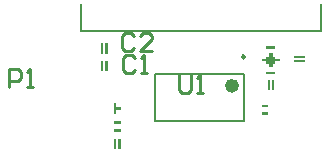
<source format=gto>
%FSLAX24Y24*%
%MOIN*%
G70*
G01*
G75*
G04 Layer_Color=65535*
%ADD10R,0.0280X0.0360*%
%ADD11R,0.0360X0.0280*%
%ADD12R,0.0400X0.0400*%
%ADD13O,0.0177X0.0827*%
%ADD14R,0.0827X0.0197*%
%ADD15C,0.0100*%
%ADD16C,0.0200*%
%ADD17C,0.0591*%
%ADD18R,0.0591X0.0591*%
%ADD19R,0.0591X0.0591*%
%ADD20C,0.0315*%
%ADD21O,0.1575X0.0650*%
%ADD22C,0.0700*%
%ADD23C,0.0500*%
G04:AMPARAMS|DCode=24|XSize=70.9mil|YSize=51.2mil|CornerRadius=6.4mil|HoleSize=0mil|Usage=FLASHONLY|Rotation=270.000|XOffset=0mil|YOffset=0mil|HoleType=Round|Shape=RoundedRectangle|*
%AMROUNDEDRECTD24*
21,1,0.0709,0.0384,0,0,270.0*
21,1,0.0581,0.0512,0,0,270.0*
1,1,0.0128,-0.0192,-0.0290*
1,1,0.0128,-0.0192,0.0290*
1,1,0.0128,0.0192,0.0290*
1,1,0.0128,0.0192,-0.0290*
%
%ADD24ROUNDEDRECTD24*%
%ADD25C,0.0236*%
%ADD26C,0.0098*%
%ADD27C,0.0010*%
%ADD28C,0.0079*%
G36*
X30410Y29318D02*
X30220D01*
Y29368D01*
X30410D01*
Y29318D01*
D02*
G37*
G36*
X25344Y29287D02*
X25484D01*
Y29217D01*
X25344D01*
Y29097D01*
X25294D01*
Y29407D01*
X25344D01*
Y29287D01*
D02*
G37*
G36*
X30472Y29889D02*
X30422D01*
Y30199D01*
X30472D01*
Y29889D01*
D02*
G37*
G36*
X30647Y30421D02*
X30377D01*
Y30471D01*
X30647D01*
Y30421D01*
D02*
G37*
G36*
X30612Y29889D02*
X30562D01*
Y30199D01*
X30612D01*
Y29889D01*
D02*
G37*
G36*
X25484Y27916D02*
X25434D01*
Y28226D01*
X25484D01*
Y27916D01*
D02*
G37*
G36*
X25344D02*
X25294D01*
Y28226D01*
X25344D01*
Y27916D01*
D02*
G37*
G36*
X25489Y28506D02*
X25299D01*
X25299Y28556D01*
X25489D01*
X25489Y28506D01*
D02*
G37*
G36*
X30410Y29058D02*
X30220D01*
X30220Y29108D01*
X30410D01*
X30410Y29058D01*
D02*
G37*
G36*
X25489Y28766D02*
X25299D01*
Y28816D01*
X25489D01*
Y28766D01*
D02*
G37*
G36*
X31617Y30955D02*
X31307D01*
Y31005D01*
X31617D01*
Y30955D01*
D02*
G37*
G36*
Y30815D02*
X31307D01*
Y30865D01*
X31617D01*
Y30815D01*
D02*
G37*
G36*
X24911Y31105D02*
X24861D01*
Y31415D01*
X24911D01*
Y31105D01*
D02*
G37*
G36*
X30647Y31261D02*
X30377D01*
Y31311D01*
X30647D01*
Y31261D01*
D02*
G37*
G36*
X25051Y31105D02*
X25001D01*
Y31415D01*
X25051D01*
Y31105D01*
D02*
G37*
G36*
Y30514D02*
X25001D01*
Y30824D01*
X25051D01*
Y30514D01*
D02*
G37*
G36*
X24911D02*
X24861D01*
Y30824D01*
X24911D01*
Y30514D01*
D02*
G37*
G36*
X30557Y30641D02*
X30467D01*
Y31091D01*
X30557D01*
Y30641D01*
D02*
G37*
G36*
X30647Y30891D02*
X30807D01*
Y30841D01*
X30647D01*
Y30771D01*
X30647Y30771D01*
X30602D01*
Y30961D01*
X30602Y30961D01*
X30647D01*
Y30891D01*
D02*
G37*
G36*
X30422Y30771D02*
X30422Y30771D01*
X30377D01*
Y30841D01*
X30217D01*
Y30891D01*
X30377D01*
Y30961D01*
X30377Y30961D01*
X30422D01*
Y30771D01*
D02*
G37*
D15*
X25990Y30933D02*
X25890Y31033D01*
X25691D01*
X25591Y30933D01*
Y30533D01*
X25691Y30433D01*
X25890D01*
X25990Y30533D01*
X26190Y30433D02*
X26390D01*
X26290D01*
Y31033D01*
X26190Y30933D01*
X25951Y31642D02*
X25851Y31742D01*
X25651D01*
X25551Y31642D01*
Y31242D01*
X25651Y31142D01*
X25851D01*
X25951Y31242D01*
X26551Y31142D02*
X26151D01*
X26551Y31542D01*
Y31642D01*
X26451Y31742D01*
X26251D01*
X26151Y31642D01*
X27480Y30364D02*
Y29864D01*
X27580Y29764D01*
X27780D01*
X27880Y29864D01*
Y30364D01*
X28080Y29764D02*
X28280D01*
X28180D01*
Y30364D01*
X28080Y30264D01*
X21811Y29941D02*
Y30541D01*
X22111D01*
X22211Y30441D01*
Y30241D01*
X22111Y30141D01*
X21811D01*
X22411Y29941D02*
X22611D01*
X22511D01*
Y30541D01*
X22411Y30441D01*
D25*
X29350Y30000D02*
G03*
X29350Y30000I-118J0D01*
G01*
D26*
X29656Y30965D02*
G03*
X29656Y30965I-49J0D01*
G01*
D27*
X25344Y29217D02*
X25484D01*
X25344Y29287D02*
X25484D01*
X25344Y29097D02*
Y29217D01*
Y29287D02*
Y29407D01*
X25294Y29097D02*
X25344D01*
X25294D02*
Y29407D01*
X25344D01*
X25484Y29217D02*
Y29287D01*
X25299Y28766D02*
Y28816D01*
Y28766D02*
X25489D01*
Y28816D01*
X25299D02*
X25489D01*
X25299Y28506D02*
X25489D01*
X25299D02*
X25299Y28556D01*
X25489D01*
X25489Y28506D01*
X25484Y27916D02*
Y28226D01*
X25434Y27916D02*
Y28226D01*
Y27916D02*
X25484D01*
X25294D02*
X25344D01*
Y28226D01*
X25294Y27916D02*
Y28226D01*
X25434D02*
X25484D01*
X25294D02*
X25344D01*
X31307Y31005D02*
X31617D01*
X31307Y30955D02*
X31617D01*
Y31005D01*
Y30815D02*
Y30865D01*
X31307D02*
X31617D01*
X31307Y30815D02*
X31617D01*
X31307Y30955D02*
Y31005D01*
Y30815D02*
Y30865D01*
X30220Y29318D02*
Y29368D01*
Y29318D02*
X30410D01*
Y29368D01*
X30220D02*
X30410D01*
X30220Y29058D02*
X30410D01*
X30220D02*
X30220Y29108D01*
X30410D01*
X30410Y29058D01*
X30422Y29889D02*
Y30199D01*
X30472Y29889D02*
Y30199D01*
X30422D02*
X30472D01*
X30562D02*
X30612D01*
X30562Y29889D02*
Y30199D01*
X30612Y29889D02*
Y30199D01*
X30422Y29889D02*
X30472D01*
X30562D02*
X30612D01*
X30377Y31261D02*
X30647D01*
X30377Y31311D02*
X30647D01*
X30377Y31261D02*
Y31311D01*
X30647Y31261D02*
Y31311D01*
X30377Y30421D02*
Y30471D01*
X30647Y30421D02*
Y30471D01*
X30217Y30841D02*
Y30891D01*
Y30841D02*
X30377D01*
X30422Y30771D02*
Y30961D01*
X30217Y30891D02*
X30377D01*
Y30961D01*
X30647Y30771D02*
Y30841D01*
X30467Y30641D02*
Y31091D01*
X30377Y30421D02*
X30647D01*
X30377Y30471D02*
X30647D01*
Y30841D02*
X30807D01*
X30602Y30771D02*
Y30961D01*
X30647Y30891D02*
X30807D01*
Y30841D02*
Y30891D01*
X30647D02*
Y30961D01*
X30467Y31091D02*
X30557D01*
Y30641D02*
Y31091D01*
X30467Y30641D02*
X30557D01*
X30377Y30771D02*
Y30841D01*
Y30771D02*
X30422Y30771D01*
X30377Y30961D02*
X30422Y30961D01*
X30602Y30961D02*
X30647Y30961D01*
X30602Y30771D02*
X30647Y30771D01*
X24861Y30514D02*
Y30824D01*
X24911Y30514D02*
Y30824D01*
X24861D02*
X24911D01*
X25001D02*
X25051D01*
X25001Y30514D02*
Y30824D01*
X25051Y30514D02*
Y30824D01*
X24861Y30514D02*
X24911D01*
X25001D02*
X25051D01*
X24861Y31105D02*
Y31415D01*
X24911Y31105D02*
Y31415D01*
X24861D02*
X24911D01*
X25001D02*
X25051D01*
X25001Y31105D02*
Y31415D01*
X25051Y31105D02*
Y31415D01*
X24861Y31105D02*
X24911D01*
X25001D02*
X25051D01*
D28*
X24193Y31823D02*
Y32717D01*
X32193Y31823D02*
Y32717D01*
X24193Y31823D02*
X32193D01*
X26673Y28819D02*
Y30394D01*
X29626Y28819D02*
Y30394D01*
X26673Y28819D02*
X29626D01*
X26673Y30394D02*
X29626D01*
M02*

</source>
